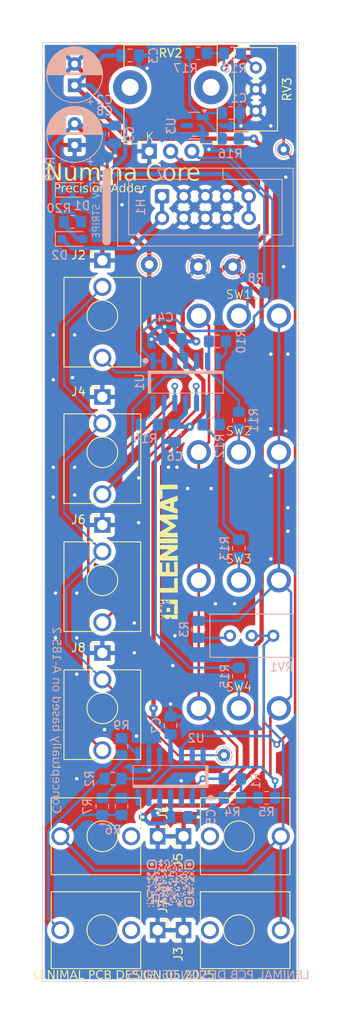
<source format=kicad_pcb>
(kicad_pcb (version 20241229) (generator "pcbnew") (generator_version "9.0")
  (layers (0 "F.Cu" signal) (2 "B.Cu" signal) (13 "F.Paste" user) (15 "B.Paste" user) (5 "F.SilkS" user "F.Silkscreen") (7 "B.SilkS" user "B.Silkscreen") (1 "F.Mask" user) (3 "B.Mask" user) (25 "Edge.Cuts" user))
  (net 0 "")
  (net 1 "+12V")
  (net 2 "GNDREF")
  (net 3 "-12V")
  (net 4 "Net-(U3-K)")
  (net 5 "Net-(U1A-+)")
  (net 6 "+1V0")
  (net 7 "Net-(U1B-+)")
  (net 8 "Net-(U1C-+)")
  (net 9 "Net-(U1D-+)")
  (net 12 "Net-(U2D-+)")
  (net 13 "Net-(SW1-B)")
  (net 14 "Net-(U1B--)")
  (net 15 "Net-(R6-Pad1)")
  (net 16 "Net-(U1C--)")
  (net 17 "Net-(R8-Pad1)")
  (net 18 "Net-(U1D--)")
  (net 19 "Net-(SW2-B)")
  (net 20 "Net-(SW3-B)")
  (net 21 "Net-(SW4-B)")
  (net 22 "Net-(R12-Pad1)")
  (net 23 "Net-(SW1-A)")
  (net 24 "Net-(SW1-C)")
  (net 25 "Net-(U2C-+)")
  (net 26 "Net-(U1A--)")
  (net 28 "Net-(D1-A)")
  (net 29 "Net-(D1-K)")
  (net 30 "Net-(D2-K)")
  (net 31 "Net-(D2-A)")
  (net 32 "Net-(J1-PadT)")
  (net 35 "Net-(J7-PadT)")
  (net 36 "Net-(R1-Pad2)")
  (net 37 "Net-(R3-Pad2)")
  (net 38 "Net-(R4-Pad1)")
  (net 39 "Net-(R9-Pad1)")
  (net 40 "Net-(R10-Pad1)")
  (net 41 "Net-(R14-Pad1)")
  (net 42 "Net-(R18-Pad2)")
  (footprint "Synth:SW_default" (layer "F.Cu") (at 73 113)
    (property "Reference" "SW3")
    (property "Value" "ON_OFF_ON")
  )
  (footprint "Synth:Jack_3.5mm_QingPu_WQP-PJ398SM_Vertical_CircularHoles" (layer "F.Cu") (at 57 128)
    (property "Reference" "J8")
    (property "Value" "INPUT")
  )
  (footprint "Synth:Jack_3.5mm_QingPu_WQP-PJ398SM_Vertical_CircularHoles" (layer "F.Cu") (at 57 113)
    (property "Reference" "J6")
    (property "Value" "INPUT")
  )
  (footprint "Synth:Jack_3.5mm_QingPu_WQP-PJ398SM_Vertical_CircularHoles" (layer "F.Cu") (at 73 154 90)
    (property "Reference" "J3")
    (property "Value" "OUT")
  )
  (footprint "Synth:Jack_3.5mm_QingPu_WQP-PJ398SM_Vertical_CircularHoles" (layer "F.Cu") (at 57 143 -90)
    (property "Reference" "J1")
    (property "Value" "OUT")
  )
  (footprint "Synth:Potentiometer_TT_P0915N" (layer "F.Cu") (at 65 55.225)
    (property "Reference" "RV2")
    (property "Value" "R_Potentiometer")
  )
  (footprint "Synth:Jack_3.5mm_QingPu_WQP-PJ398SM_Vertical_CircularHoles" (layer "F.Cu") (at 57 154 -90)
    (property "Reference" "J7")
    (property "Value" "INV_OUT")
  )
  (footprint "Synth:SW_default" (layer "F.Cu") (at 73 82)
    (property "Reference" "SW1")
    (property "Value" "ON_OFF_ON")
  )
  (footprint "Synth:Jack_3.5mm_QingPu_WQP-PJ398SM_Vertical_CircularHoles" (layer "F.Cu") (at 57 98)
    (property "Reference" "J4")
    (property "Value" "INPUT")
  )
  (footprint "Synth:SW_default" (layer "F.Cu") (at 73 98)
    (property "Reference" "SW2")
    (property "Value" "ON_OFF_ON")
  )
  (footprint "Synth:Potentiometer_Bourns_3296W_Vertical" (layer "F.Cu") (at 75 58 -90)
    (property "Reference" "RV3")
    (property "Value" "10K [25 TURN]")
  )
  (footprint "Synth:lenimal_logo_full" (layer "F.Cu") (at 64.7 109.6 90)
    (property "Reference" "G***" (hide yes))
    (property "Value" "LOGO" (hide yes))
  )
  (footprint "Synth:SW_default" (layer "F.Cu") (at 73 128)
    (property "Reference" "SW4")
    (property "Value" "ON_OFF_ON")
  )
  (footprint "Synth:Jack_3.5mm_QingPu_WQP-PJ398SM_Vertical_CircularHoles" (layer "F.Cu") (at 57 82)
    (property "Reference" "J2")
    (property "Value" "INPUT")
  )
  (footprint "Synth:Jack_3.5mm_QingPu_WQP-PJ398SM_Vertical_CircularHoles" (layer "F.Cu") (at 73 143 90)
    (property "Reference" "J5")
    (property "Value" "OUT")
  )
  (footprint "Capacitor_SMD:C_0805_2012Metric_Pad1.18x1.45mm_HandSolder" (layer "B.Cu") (at 65.5 95.75 90)
    (property "Reference" "C6")
    (property "Value" "100nF")
  )
  (footprint "Capacitor_SMD:C_0805_2012Metric_Pad1.18x1.45mm_HandSolder" (layer "B.Cu") (at 66 140.75)
    (property "Reference" "C5")
    (property "Value" "100nF")
  )
  (footprint "Resistor_SMD:R_0805_2012Metric_Pad1.20x1.40mm_HandSolder" (layer "B.Cu") (at 69.75 94.75 180)
    (property "Reference" "R12")
    (property "Value" "100R [0.1%]")
  )
  (footprint "Resistor_SMD:R_0805_2012Metric_Pad1.20x1.40mm_HandSolder" (layer "B.Cu") (at 58.25 136.25 180)
    (property "Reference" "R2")
    (property "Value" "100K [0.1%]")
  )
  (footprint "Resistor_SMD:R_0805_2012Metric_Pad1.20x1.40mm_HandSolder" (layer "B.Cu") (at 62.5 94.75)
    (property "Reference" "R14")
    (property "Value" "100R [0.1%]")
  )
  (footprint "Resistor_SMD:R_0805_2012Metric_Pad1.20x1.40mm_HandSolder" (layer "B.Cu") (at 68.25 118.75 -90)
    (property "Reference" "R3")
    (property "Value" "100K [0.1%]")
  )
  (footprint "Capacitor_SMD:C_0805_2012Metric_Pad1.18x1.45mm_HandSolder" (layer "B.Cu") (at 72.0625 58.25)
    (property "Reference" "C1")
    (property "Value" "100nF")
  )
  (footprint "Resistor_SMD:R_0805_2012Metric_Pad1.20x1.40mm_HandSolder" (layer "B.Cu") (at 72.25 138.5)
    (property "Reference" "R4")
    (property "Value" "100R [0.1%]")
  )
  (footprint "Resistor_SMD:R_0805_2012Metric_Pad1.20x1.40mm_HandSolder" (layer "B.Cu") (at 70.5 85 180)
    (property "Reference" "R10")
    (property "Value" "100R [0.1%]")
  )
  (footprint "Resistor_SMD:R_0805_2012Metric_Pad1.20x1.40mm_HandSolder" (layer "B.Cu") (at 73 109.25 -90)
    (property "Reference" "R13")
    (property "Value" "100K [0.1%]")
  )
  (footprint "Resistor_SMD:R_0805_2012Metric_Pad1.20x1.40mm_HandSolder" (layer "B.Cu") (at 72.25 51.25)
    (property "Reference" "R18")
    (property "Value" "5K1 [0.1%]")
  )
  (footprint "Synth:SOIC-14" (layer "B.Cu") (at 65 136 90)
    (property "Reference" "U2")
    (property "Value" "OPA4171")
  )
  (footprint "Synth:IDC-Header_2x05_P2.54mm_Vertical" (layer "B.Cu") (at 64 68 -90)
    (property "Reference" "H1")
    (property "Value" "Conn_02x05_PWR_Eurorack")
  )
  (footprint "Diode_SMD:D_SOD-323_HandSoldering" (layer "B.Cu") (at 53.5 73)
    (property "Reference" "D2")
    (property "Value" "1N5819WS")
  )
  (footprint "TestPoint:TestPoint_THTPad_D1.5mm_Drill0.7mm" (layer "B.Cu") (at 71.25 133.5)
    (property "Reference" "TP1" (hide yes))
    (property "Value" "1_V_BUF_REF")
  )
  (footprint "Resistor_SMD:R_0805_2012Metric_Pad1.20x1.40mm_HandSolder" (layer "B.Cu") (at 53.5 71)
    (property "Reference" "R20")
    (property "Value" "10R")
  )
  (footprint "Resistor_SMD:R_0805_2012Metric_Pad1.20x1.40mm_HandSolder" (layer "B.Cu") (at 59.25 132.5 -90)
    (property "Reference" "R9")
    (property "Value" "100R [0.1%]")
  )
  (footprint "Connector_Pin:Pin_D1.0mm_L10.0mm" (layer "B.Cu") (at 72.3 76.25 90)
    (property "Reference" "TP3" (hide yes))
    (property "Value" "+12V")
  )
  (footprint "Resistor_SMD:R_0805_2012Metric_Pad1.20x1.40mm_HandSolder" (layer "B.Cu") (at 68.25 51.25)
    (property "Reference" "R17")
    (property "Value" "10K [0.1%]")
  )
  (footprint "Resistor_SMD:R_0805_2012Metric_Pad1.20x1.40mm_HandSolder" (layer "B.Cu") (at 72 61.25)
    (property "Reference" "R16")
    (property "Value" "47K")
  )
  (footprint "Resistor_SMD:R_0805_2012Metric_Pad1.20x1.40mm_HandSolder" (layer "B.Cu") (at 59.25 139.5 -90)
    (property "Reference" "R6")
    (property "Value" "100R [0.1%]")
  )
  (footprint "Resistor_SMD:R_0805_2012Metric_Pad1.20x1.40mm_HandSolder" (layer "B.Cu") (at 72.25 136.25)
    (property "Reference" "R1")
    (property "Value" "100K [0.1%]")
  )
  (footprint "synth-gfx:github-QR_lenimal_white" (layer "B.Cu") (at 65 148.5 180)
    (property "Reference" "G***" (hide yes))
    (property "Value" "LOGO" (hide yes))
  )
  (footprint "Capacitor_SMD:C_0805_2012Metric_Pad1.18x1.45mm_HandSolder" (layer "B.Cu") (at 65.25 84.75 180)
    (property "Reference" "C4")
    (property "Value" "100nF")
  )
  (footprint "Connector_Pin:Pin_D1.0mm_L10.0mm" (layer "B.Cu") (at 62.5 76 90)
    (property "Reference" "TP5" (hide yes))
    (property "Value" "-12V")
  )
  (footprint "Package_TO_SOT_SMD:SOT-23" (layer "B.Cu") (at 67.8125 59.72 180)
    (property "Reference" "U3")
    (property "Value" "LM4040DBZ-2.0")
  )
  (footprint "Capacitor_SMD:C_0805_2012Metric_Pad1.18x1.45mm_HandSolder" (layer "B.Cu") (at 60.25 51.5)
    (property "Reference" "C3")
    (property "Value" "100nF")
  )
  (footprint "Resistor_SMD:R_0805_2012Metric_Pad1.20x1.40mm_HandSolder" (layer "B.Cu") (at 76.25 138.5)
    (property "Reference" "R5")
    (property "Value" "100K [0.1%]")
  )
  (footprint "Resistor_SMD:R_0805_2012Metric_Pad1.20x1.40mm_HandSolder" (layer "B.Cu") (at 73 124.25 -90)
    (property "Reference" "R15")
    (property "Value" "100K [0.1%]")
  )
  (footprint "Synth:SOIC-14" (layer "B.Cu") (at 66.77 89.775 -90)
    (property "Reference" "U1")
    (property "Value" "OPA4171")
  )
  (footprint "Synth:Potentiometer_Bourns_3296W_Vertical" (layer "B.Cu") (at 77.04 119.5)
    (property "Reference" "RV1")
    (property "Value" "1K [25 TURN]")
  )
  (footprint "Connector_Pin:Pin_D1.0mm_L10.0mm" (layer "B.Cu") (at 68.25 76.25 90)
    (property "Reference" "TP4" (hide yes))
    (property "Value" "GND")
  )
  (footprint "Capacitor_THT:CP_Radial_D6.3mm_P2.50mm" (layer "B.Cu") (at 53.75 55 90)
    (property "Reference" "C2")
    (property "Value" "47uF")
  )
  (footprint "Capacitor_THT:CP_Radial_D6.3mm_P2.50mm" (layer "B.Cu") (at 53.75 62 90)
    (property "Reference" "C8")
    (property "Value" "47uF")
  )
  (footprint "Resistor_SMD:R_0805_2012Metric_Pad1.20x1.40mm_HandSolder" (layer "B.Cu") (at 53.5 65.25)
    (property "Reference" "R19")
    (property "Value" "10R")
  )
  (footprint "Resistor_SMD:R_0805_2012Metric_Pad1.20x1.40mm_HandSolder" (layer "B.Cu") (at 57 139.5 90)
    (property "Reference" "R7")
    (property "Value" "100K [0.1%]")
  )
  (footprint "Capacitor_SMD:C_0805_2012Metric_Pad1.18x1.45mm_HandSolder" (layer "B.Cu") (at 58.5 60.75 90)
    (property "Reference" "C9")
    (property "Value" "100nF")
  )
  (footprint "Diode_SMD:D_SOD-323_HandSoldering" (layer "B.Cu") (at 53.5 67.25)
    (property "Reference" "D1")
    (property "Value" "1N5819WS")
  )
  (footprint "Resistor_SMD:R_0805_2012Metric_Pad1.20x1.40mm_HandSolder" (layer "B.Cu") (at 75 79.25 180)
    (property "Reference" "R8")
    (property "Value" "100K [0.1%]")
  )
  (footprint "Capacitor_SMD:C_0805_2012Metric_Pad1.18x1.45mm_HandSolder" (layer "B.Cu") (at 65 130 -90)
    (property "Reference" "C7")
    (property "Value" "100nF")
  )
  (footprint "TestPoint:TestPoint_THTPad_D1.5mm_Drill0.7mm" (layer "B.Cu") (at 78.25 62.5)
    (property "Reference" "TP2" (hide yes))
    (property "Value" "1_V_REF")
  )
  (footprint "Resistor_SMD:R_0805_2012Metric_Pad1.20x1.40mm_HandSolder" (layer "B.Cu") (at 73 94.25 -90)
    (property "Reference" "R11")
    (property "Value" "100K [0.1%]")
  )
  (gr_rect (start 50 50) (end 80 160) (stroke (width 0.1)) (fill no) (layer "Edge.Cuts"))
  (gr_text "LENIMAL PCB DESIGN 05.2025" (at 59.5 159.3 0) (layer "F.SilkS") (effects (font (size 1 1))))
  (gr_text "Numina Core" (at 50.3 66.5 0) (layer "F.SilkS") (effects (font (size 2 2) (thickness 0.125)) (justify left bottom)))
  (gr_text "Precision Adder" (at 51.3 67.7 0) (layer "F.SilkS") (effects (font (size 1 1)) (justify left bottom)))
  (gr_text "Conceptually based on A-185-2" (at 51 140.35 270) (layer "B.SilkS") (effects (font (size 1 1)) (justify left bottom mirror)))
  (gr_text "LENIMAL PCB DESIGN 05.2025" (at 70.6 159.3 0) (layer "B.SilkS") (effects (font (size 1 1)) (justify mirror)))
  (segment (start 74.75 61.25) (end 76.25 62.75) (width 0.5) (layer "F.Cu") (net 1))
  (segment (start 70.601 139.399) (end 63.101 139.399) (width 0.5) (layer "F.Cu") (net 1))
  (segment (start 72.3 76.25) (end 71.396935 76.25) (width 0.5) (layer "F.Cu") (net 1))
  (segment (start 53.75 55) (end 60 61.25) (width 0.5) (layer "F.Cu") (net 1))
  (segment (start 63.101 139.399) (end 61.75 140.75) (width 0.5) (layer "F.Cu") (net 1))
  (segment (start 75 135) (end 70.601 139.399) (width 0.5) (layer "F.Cu") (net 1))
  (segment (start 60 61.25) (end 74.75 61.25) (width 0.5) (layer "F.Cu") (net 1))
  (segment (start 75 120.656045) (end 75 135) (width 0.5) (layer "F.Cu") (net 1))
  (segment (start 76.25 72.3) (end 72.3 76.25) (width 0.5) (layer "F.Cu") (net 1))
  (segment (start 75.671 119.985045) (end 75 120.656045) (width 0.5) (layer "F.Cu") (net 1))
  (segment (start 75.671 79.621) (end 75.671 119.985045) (width 0.5) (layer "F.Cu") (net 1))
  (segment (start 72.3 76.25) (end 75.671 79.621) (width 0.5) (layer "F.Cu") (net 1))
  (segment (start 66.424 81.222935) (end 66.424 83.424) (width 0.5) (layer "F.Cu") (net 1))
  (segment (start 76.25 62.75) (end 76.25 72.3) (width 0.5) (layer "F.Cu") (net 1))
  (segment (start 66.424 83.424) (end 68 85) (width 0.5) (layer "F.Cu") (net 1))
  (segment (start 71.396935 76.25) (end 66.424 81.222935) (width 0.5) (layer "F.Cu") (net 1))
  (via (at 74.75 61.25) (size 1) (drill 0.4) (layers "F.Cu" "B.Cu") (net 1))
  (via (at 68 85) (size 1) (drill 0.4) (layers "F.Cu" "B.Cu") (net 1))
  (via (at 61.75 140.75) (size 1) (drill 0.4) (layers "F.Cu" "B.Cu") (net 1))
  (segment (start 55.598292 55) (end 53.75 55) (width 0.5) (layer "B.Cu") (net 1))
  (segment (start 59.2125 51.5) (end 57.25 51.5) (width 0.5) (layer "B.Cu") (net 1))
  (segment (start 57.25 51.5) (end 53.75 55) (width 0.5) (layer "B.Cu") (net 1))
  (segment (start 59.676 63.277496) (end 59.676 59.077708) (width 0.5) (layer "B.Cu") (net 1))
  (segment (start 62.5 141.5) (end 64.2125 141.5) (width 0.5) (layer "B.Cu") (net 1))
  (segment (start 64.2125 141.5) (end 64.9625 140.75) (width 0.5) (layer "B.Cu") (net 1))
  (segment (start 65 140.7125) (end 64.9625 140.75) (width 0.5) (layer "B.Cu") (net 1))
  (segment (start 74.75 61.25) (end 73 61.25) (width 0.5) (layer "B.Cu") (net 1))
  (segment (start 66.5375 85) (end 66.2875 84.75) (width 0.5) (layer "B.Cu") (net 1))
  (segment (start 65 138.475) (end 65 140.7125) (width 0.5) (layer "B.Cu") (net 1))
  (segment (start 66.2875 84.75) (end 66.2875 86.8175) (width 0.5) (layer "B.Cu") (net 1))
  (segment (start 59.676 59.077708) (end 55.598292 55) (width 0.5) (layer "B.Cu") (net 1))
  (segment (start 61.75 140.75) (end 62.5 141.5) (width 0.5) (layer "B.Cu") (net 1))
  (segment (start 57.703496 65.25) (end 59.676 63.277496) (width 0.5) (layer "B.Cu") (net 1))
  (segment (start 54.5 65.25) (end 57.703496 65.25) (width 0.5) (layer "B.Cu") (net 1))
  (segment (start 68 85) (end 66.5375 85) (width 0.5) (layer "B.Cu") (net 1))
  (segment (start 66.2875 86.8175) (end 66.77 87.3) (width 0.5) (layer "B.Cu") (net 1))
  (via (at 51.5 114.5) (size 0.8) (drill 0.4) (layers "F.Cu" "B.Cu") (net 2))
  (via (at 65.5 119.5) (size 0.8) (drill 0.4) (layers "F.Cu" "B.Cu") (net 2))
  (via (at 61 131.25) (size 0.8) (drill 0.4) (layers "F.Cu" "B.Cu") (net 2))
  (via (at 54 119.75) (size 0.8) (drill 0.4) (layers "F.Cu" "B.Cu") (net 2))
  (via (at 65.75 99.75) (size 0.8) (drill 0.4) (layers "F.Cu" "B.Cu") (net 2))
  (via (at 78.75 104.5) (size 0.8) (drill 0.4) (layers "F.Cu" "B.Cu") (net 2))
  (via (at 68.25 140.75) (size 0.8) (drill 0.4) (layers "F.Cu" "B.Cu") (net 2))
  (via (at 67 102.25) (size 0.8) (drill 0.4) (layers "F.Cu" "B.Cu") (net 2))
  (via (at 78.75 107.25) (size 0.8) (drill 0.4) (layers "F.Cu" "B.Cu") (net 2))
  (via (at 63.5 140.25) (size 0.8) (drill 0.4) (layers "F.Cu" "B.Cu") (net 2))
  (via (at 60.75 121.5) (size 0.8) (drill 0.4) (layers "F.Cu" "B.Cu") (net 2))
  (via (at 62.5 135.25) (size 0.8) (drill 0.4) (layers "F.Cu" "B.Cu") (net 2))
  (via (at 76.75 95.25) (size 0.8) (drill 0.4) (layers "F.Cu" "B.Cu") (net 2))
  (via (at 53.75 103) (size 0.8) (drill 0.4) (layers "F.Cu" "B.Cu") (net 2))
  (via (at 53.75 99.75) (size 0.8) (drill 0.4) (layers "F.Cu" "B.Cu") (net 2))
  (via (at 66.25 136.5) (size 0.8) (drill 0.4) (layers "F.Cu" "B.Cu") (net 2))
  (via (at 58.5 63.25) (size 0.8) (drill 0.4) (layers "F.Cu" "B.Cu") (net 2))
  (via (at 62.25 53) (size 0.8) (drill 0.4) (layers "F.Cu" "B.Cu") (net 2))
  (via (at 53.75 84.25) (size 0.8) (drill 0.4) (layers "F.Cu" "B.Cu") (net 2))
  (via (at 60.75 118) (size 0.8) (drill 0.4) (layers "F.Cu" "B.Cu") (net 2))
  (via (at 61.5 67.5) (size 0.8) (drill 0.4) (layers "F.Cu" "B.Cu") (net 2))
  (via (at 76.75 86.5) (size 0.8) (drill 0.4) (layers "F.Cu" "B.Cu") (net 2))
  (via (at 54 124) (size 0.8) (drill 0.4) (layers "F.Cu" "B.Cu") (net 2))
  (via (at 65 127.5) (size 0.8) (drill 0.4) (layers "F.Cu" "B.Cu") (net 2))
  (via (at 76.75 59.75) (size 0.8) (drill 0.4) (layers "F.Cu" "B.Cu") (net 2))
  (via (at 69.75 102.25) (size 0.8) (drill 0.4) (layers "F.Cu" "B.Cu") (net 2))
  (via (at 54 114.5) (size 0.8) (drill 0.4) (layers "F.Cu" "B.Cu") (net 2))
  (via (at 51.25 103.25) (size 0.8) (drill 0.4) (layers "F.Cu" "B.Cu") (net 2))
  (via (at 61.25 101) (size 0.8) (drill 0.4) (layers "F.Cu" "B.Cu") (net 2))
  (via (at 59.3 69) (size 0.8) (drill 0.4) (layers "F.Cu" "B.Cu") (net 2))
  (via (at 51.25 99.75) (size 0.8) (drill 0.4) (layers "F.Cu" "B.Cu") (net 2))
  (via (at 70.25 115.75) (size 0.8) (drill 0.4) (layers "F.Cu" "B.Cu") (net 2))
  (via (at 72.5 115.75) (size 0.8) (drill 0.4) (layers "F.Cu" "B.Cu") (net 2))
  (via (at 78.25 76.25) (size 0.8) (drill 0.4) (layers "F.Cu" "B.Cu") (net 2))
  (via (at 76.75 110.5) (size 0.8) (drill 0.4) (layers "F.Cu" "B.Cu") (net 2))
  (via (at 64.75 99.75) (size 0.8) (drill 0.4) (layers "F.Cu" "B.Cu") (net 2))
  (via (at 51.25 89.5) (size 0.8) (drill 0.4) (layers "F.Cu" "B.Cu") (net 2))
  (via (at 73.25 59.75) (size 0.8) (drill 0.4) (layers "F.Cu" "B.Cu") (net 2))
  (via (at 76.75 100.75) (size 0.8) (drill 0.4) (layers "F.Cu" "B.Cu") (net 2))
  (via (at 62.75 84.75) (size 0.8) (drill 0.4) (layers "F.Cu" "B.Cu") (net 2))
  (via (at 57.25 130.5) (size 0.8) (drill 0.4) (layers "F.Cu" "B.Cu") (net 2))
  (via (at 53.5 89.25) (size 0.8) (drill 0.4) (layers "F.Cu" "B.Cu") (net 2))
  (via (at 61.25 106.25) (size 0.8) (drill 0.4) (layers "F.Cu" "B.Cu") (net 2))
  (via (at 78.75 86.5) (size 0.8) (drill 0.4) (layers "F.Cu" "B.Cu") (net 2))
  (via (at 69.5 62.5) (size 0.8) (drill 0.4) (layers "F.Cu" "B.Cu") (net 2))
  (via (at 51.25 84.25) (size 0.8) (drill 0.4) (layers "F.Cu" "B.Cu") (net 2))
  (via (at 78.5 95.5) (size 0.8) (drill 0.4) (layers "F.Cu" "B.Cu") (net 2))
  (via (at 78.5 65.75) (size 0.8) (drill 0.4) (layers "F.Cu" "B.Cu") (net 2))
  (via (at 64.3 83.3) (size 0.8) (drill 0.4) (layers "F.Cu" "B.Cu") (net 2))
  (via (at 51.5 119.75) (size 0.8) (drill 0.4) (layers "F.Cu" "B.Cu") (net 2))
  (via (at 65.25 123) (size 0.8) (drill 0.4) (layers "F.Cu" "B.Cu") (net 2))
  (via (at 54 136.25) (size 0.8) (drill 0.4) (layers "F.Cu" "B.Cu") (net 2))
  (segment (start 66.27 138.475) (end 66.27 136.52) (width 0.5) (layer "B.Cu") (net 2))
  (segment (start 67.0375 140.75) (end 68.25 140.75) (width 0.5) (layer "B.Cu") (net 2))
  (segment (start 66.27 136.52) (end 66.25 136.5) (width 0.5) (layer "B.Cu") (net 2))
  (segment (start 63.73 138.475) (end 63.73 140.02) (width 0.5) (layer "B.Cu") (net 2))
  (segment (start 63.73 140.02) (end 63.5 140.25) (width 0.5) (layer "B.Cu") (net 2))
  (segment (start 62.5 76) (end 62.5 74.55) (width 0.5) (layer "F.Cu") (net 3))
  (segment (start 62.5 83.25) (end 62.5 76) (width 0.5) (layer "F.Cu") (net 3))
  (segment (start 68.851 89.601) (end 62.5 83.25) (width 0.5) (layer "F.Cu") (net 3))
  (segment (start 62.5 74.55) (end 57.5 69.55) (width 0.5) (layer "F.Cu") (net 3))
  (segment (start 57.5 63.25) (end 53.75 59.5) (width 0.5) (layer "F.Cu") (net 3))
  (segment (start 63 99.25) (end 67.25 95) (width 0.5) (layer "F.Cu") (net 3))
  (segment (start 67.25 95) (end 68.851 93.399) (width 0.5) (layer "F.Cu") (net 3))
  (segment (start 57.5 69.55) (end 57.5 63.25) (width 0.5) (layer "F.Cu") (net 3))
  (segment (start 68.851 93.399) (end 68.851 89.601) (width 0.5) (layer "F.Cu") (net 3))
  (segment (start 63 128) (end 63 99.25) (width 0.5) (layer "F.Cu") (net 3))
  (via (at 63 128) (size 1) (drill 0.4) (layers "F.Cu" "B.Cu") (net 3))
  (via (at 67.25 95) (size 1) (drill 0.4) (layers "F.Cu" "B.Cu") (net 3))
  (segment (start 58.5 59.7125) (end 53.9625 59.7125) (width 0.5) (layer "B.Cu") (net 3))
  (segment (start 66.77 92.25) (end 66.77 93.4425) (width 0.5) (layer "B.Cu") (net 3))
  (segment (start 65 131.0375) (end 65 133.525) (width 0.5) (layer "B.Cu") (net 3))
  (segment (start 65 131.0375) (end 63 129.0375) (width 0.5) (layer "B.Cu") (net 3))
  (segment (start 51.299 61.951) (end 51.299 69.049) (width 0.5) (layer "B.Cu") (net 3))
  (segment (start 53.349 69.849) (end 54.5 71) (width 0.5) (layer "B.Cu") (net 3))
  (segment (start 63 129.0375) (end 63 128) (width 0.5) (layer "B.Cu") (net 3))
  (segment (start 67.25 95) (end 65.7875 95) (width 0.5) (layer "B.Cu") (net 3))
  (segment (start 53.75 59.5) (end 51.299 61.951) (width 0.5) (layer "B.Cu") (net 3))
  (segment (start 66.77 93.4425) (end 65.5 94.7125) (width 0.5) (layer "B.Cu") (net 3))
  (segment (start 52.099 69.849) (end 53.349 69.849) (width 0.5) (layer "B.Cu") (net 3))
  (segment (start 53.9625 59.7125) (end 53.75 59.5) (width 0.5) (layer "B.Cu") (net 3))
  (segment (start 65.7875 95) (end 65.5 94.7125) (width 0.5) (layer "B.Cu") (net 3))
  (segment (start 51.299 69.049) (end 52.099 69.849) (width 0.5) (layer "B.Cu") (net 3))
  (segment (start 68.75 58.77) (end 71 61.02) (width 0.3) (layer "B.Cu") (net 4))
  (segment (start 71.025 58.25) (end 69.27 58.25) (width 0.3) (layer "B.Cu") (net 4))
  (segment (start 69.27 58.25) (end 68.75 58.77) (width 0.3) (layer "B.Cu") (net 4))
  (segment (start 67.25 51.25) (end 67.25 57.27) (width 0.3) (layer "B.Cu") (net 4))
  (segment (start 71 61.02) (end 71 61.25) (width 0.3) (layer "B.Cu") (net 4))
  (segment (start 67.25 57.27) (end 68.75 58.77) (width 0.3) (layer "B.Cu") (net 4))
  (segment (start 65.5 87.3) (end 65.5 88) (width 0.3) (layer "B.Cu") (net 5))
  (segment (start 58.626 88.626) (end 57 87) (width 0.3) (layer "B.Cu") (net 5))
  (segment (start 64.874 88.626) (end 58.626 88.626) (width 0.3) (layer "B.Cu") (net 5))
  (segment (start 65.5 88) (end 64.874 88.626) (width 0.3) (layer "B.Cu") (net 5))
  (segment (start 71.25 133.5) (end 65.88 133.5) (width 0.25) (layer "F.Cu") (net 6))
  (segment (start 65.88 133.5) (end 57 124.62) (width 0.25) (layer "F.Cu") (net 6))
  (segment (start 67.54 133.525) (end 68.81 133.525) (width 0.25) (layer "B.Cu") (net 6))
  (segment (start 52.5 83.2) (end 52.5 90.12) (width 0.25) (layer "B.Cu") (net 6))
  (segment (start 57 78.7) (end 52.5 83.2) (width 0.25) (layer "B.Cu") (net 6))
  (segment (start 68.835 133.5) (end 68.81 133.525) (width 0.25) (layer "B.Cu") (net 6))
  (segment (start 57 94.62) (end 52.5 99.12) (width 0.25) (layer "B.Cu") (net 6))
  (segment (start 52.5 99.12) (end 52.5 105.12) (width 0.25) (layer "B.Cu") (net 6))
  (segment (start 52.5 90.12) (end 57 94.62) (width 0.25) (layer "B.Cu") (net 6))
  (segment (start 71.25 133.5) (end 68.835 133.5) (width 0.25) (layer "B.Cu") (net 6))
  (segment (start 57 109.62) (end 52.75 113.87) (width 0.25) (layer "B.Cu") (net 6))
  (segment (start 52.75 120.37) (end 57 124.62) (width 0.25) (layer "B.Cu") (net 6))
  (segment (start 52.75 113.87) (end 52.75 120.37) (width 0.25) (layer "B.Cu") (net 6))
  (segment (start 52.5 105.12) (end 57 109.62) (width 0.25) (layer "B.Cu") (net 6))
  (segment (start 60.549 92.973322) (end 64.395322 89.127) (width 0.3) (layer "B.Cu") (net 7))
  (segment (start 60.549 99.371) (end 60.549 92.973322) (width 0.3) (layer "B.Cu") (net 7))
  (segment (start 57 102.92) (end 60.549 99.371) (width 0.3) (layer "B.Cu") (net 7))
  (segment (start 64.395322 89.127) (end 66.630678 89.127) (width 0.3) (layer "B.Cu") (net 7))
  (segment (start 66.630678 89.127) (end 68.04 87.717678) (width 0.3) (layer "B.Cu") (net 7))
  (segment (start 68.04 87.717678) (end 68.04 87.3) (width 0.3) (layer "B.Cu") (net 7))
  (segment (start 57 117.92) (end 60 114.92) (width 0.3) (layer "F.Cu") (net 8))
  (segment (start 60 101) (end 68 93) (width 0.3) (layer "F.Cu") (net 8))
  (segment (start 60 114.92) (end 60 101) (width 0.3) (layer "F.Cu") (net 8))
  (segment (start 68 93) (end 68 90.25) (width 0.3) (layer "F.Cu") (net 8))
  (via (at 68 90.25) (size 0.8) (drill 0.4) (layers "F.Cu" "B.Cu") (net 8))
  (segment (start 68 92.21) (end 68.04 92.25) (width 0.3) (layer "B.Cu") (net 8))
  (segment (start 68 90.25) (end 68 92.21) (width 0.3) (layer "B.Cu") (net 8))
  (segment (start 55.344308 131.264308) (end 55.344308 101.990974) (width 0.3) (layer "F.Cu") (net 9))
  (segment (start 65.5 91.835282) (end 65.5 90.25) (width 0.3) (layer "F.Cu") (net 9))
  (segment (start 55.344308 101.990974) (end 65.5 91.835282) (width 0.3) (layer "F.Cu") (net 9))
  (segment (start 57 132.92) (end 55.344308 131.264308) (width 0.3) (layer "F.Cu") (net 9))
  (via (at 65.5 90.25) (size 0.8) (drill 0.4) (layers "F.Cu" "B.Cu") (net 9))
  (segment (start 65.5 90.25) (end 65.5 92.25) (width 0.3) (layer "B.Cu") (net 9))
  (segment (start 73.5 50.75) (end 71.25 53) (width 0.3) (layer "F.Cu") (net 12))
  (segment (start 75.25 50.75) (end 73.5 50.75) (width 0.3) (layer "F.Cu") (net 12))
  (segment (start 78.25 53.25) (end 75.75 50.75) (width 0.3) (layer "F.Cu") (net 12))
  (segment (start 79.599 63.849) (end 78.25 62.5) (width 0.3) (layer "F.Cu") (net 12))
  (segment (start 79.599 130.102) (end 79.599 129.151) (width 0.3) (layer "F.Cu") (net 12))
  (segment (start 79.599 129.151) (end 79.599 63.849) (width 0.3) (layer "F.Cu") (net 12))
  (segment (start 77.451 132.25) (end 79.599 130.102) (width 0.3) (layer "F.Cu") (net 12))
  (segment (start 75.75 50.75) (end 75.25 50.75) (width 0.3) (layer "F.Cu") (net 12))
  (segment (start 78.25 62.5) (end 78.25 53.25) (width 0.3) (layer "F.Cu") (net 12))
  (via (at 77.451 132.25) (size 0.8) (drill 0.4) (layers "F.Cu" "B.Cu") (net 12))
  (via (at 71.25 53) (size 0.8) (drill 0.4) (layers "F.Cu" "B.Cu") (net 12))
  (segment (start 66.27 132.550001) (end 66.27 133.525) (width 0.3) (layer "B.Cu") (net 12))
  (segment (start 71.25 51.25) (end 69.25 51.25) (width 0.3) (layer "B.Cu") (net 12))
  (segment (start 67.570001 131.25) (end 66.27 132.550001) (width 0.3) (layer "B.Cu") (net 12))
  (segment (start 76.451 131.25) (end 67.570001 131.25) (width 0.3) (layer "B.Cu") (net 12))
  (segment (start 71.25 53) (end 71.25 51.25) (width 0.3) (layer "B.Cu") (net 12))
  (segment (start 77.451 132.25) (end 76.451 131.25) (width 0.3) (layer "B.Cu") (net 12))
  (segment (start 73 82) (end 74 81) (width 0.3) (layer "B.Cu") (net 13))
  (segment (start 74 81) (end 74 79.25) (width 0.3) (layer "B.Cu") (net 13))
  (segment (start 69.5 85) (end 69.5 87.11) (width 0.3) (layer "B.Cu") (net 14))
  (segment (start 69.31 88.274999) (end 69.31 87.3) (width 0.3) (layer "B.Cu") (net 14))
  (segment (start 73 91.964999) (end 69.31 88.274999) (width 0.3) (layer "B.Cu") (net 14))
  (segment (start 73 93.25) (end 73 91.964999) (width 0.3) (layer "B.Cu") (net 14))
  (segment (start 69.5 87.11) (end 69.31 87.3) (width 0.3) (layer "B.Cu") (net 14))
  (segment (start 59.25 138.5) (end 61.165 138.5) (width 0.3) (layer "B.Cu") (net 15))
  (segment (start 61.165 138.5) (end 61.19 138.475) (width 0.3) (layer "B.Cu") (net 15))
  (segment (start 69.31 92.25) (end 69.31 94.19) (width 0.3) (layer "B.Cu") (net 16))
  (segment (start 71.224 106.474) (end 73 108.25) (width 0.3) (layer "B.Cu") (net 16))
  (segment (start 71.224 97.224) (end 71.224 106.474) (width 0.3) (layer "B.Cu") (net 16))
  (segment (start 69.31 94.19) (end 68.75 94.75) (width 0.3) (layer "B.Cu") (net 16))
  (segment (start 68.75 94.75) (end 71.224 97.224) (width 0.3) (layer "B.Cu") (net 16))
  (segment (start 76 79.25) (end 76 68.141529) (width 0.3) (layer "B.Cu") (net 17))
  (segment (start 76 68.141529) (end 71.858471 64) (width 0.3) (layer "B.Cu") (net 17))
  (segment (start 66.275 64) (end 65 62.725) (width 0.3) (layer "B.Cu") (net 17))
  (segment (start 71.858471 64) (end 66.275 64) (width 0.3) (layer "B.Cu") (net 17))
  (segment (start 67.25 123.25) (end 73 123.25) (width 0.3) (layer "B.Cu") (net 18))
  (segment (start 63.5 94.75) (end 63.249 95.001) (width 0.3) (layer "B.Cu") (net 18))
  (segment (start 63.249 95.001) (end 63.249 119.249) (width 0.3) (layer "B.Cu") (net 18))
  (segment (start 64.23 92.25) (end 64.23 94.02) (width 0.3) (layer "B.Cu") (net 18))
  (segment (start 63.249 119.249) (end 67.25 123.25) (width 0.3) (layer "B.Cu") (net 18))
  (segment (start 64.23 94.02) (end 63.5 94.75) (width 0.3) (layer "B.Cu") (net 18))
  (segment (start 73 95.25) (end 73 98) (width 0.3) (layer "B.Cu") (net 19))
  (segment (start 73 110.25) (end 73 113) (width 0.3) (layer "B.Cu") (net 20))
  (segment (start 73 125.25) (end 73 128) (width 0.3) (layer "B.Cu") (net 21))
  (segment (start 70.58 92.25) (end 70.58 94.58) (width 0.3) (layer "B.Cu") (net 22))
  (segment (start 70.58 94.58) (end 70.75 94.75) (width 0.3) (layer "B.Cu") (net 22))
  (segment (start 72.8 132.5) (end 72.8 134.6) (width 0.3) (layer "F.Cu") (net 23))
  (segment (start 72.8 134.6) (end 71.15 136.25) (width 0.3) (layer "F.Cu") (net 23))
  (segment (start 68.3 128) (end 72.8 132.5) (width 0.3) (layer "F.Cu") (net 23))
  (segment (start 69.5 83.2) (end 69.5 96.8) (width 0.3) (layer "F.Cu") (net 23))
  (segment (start 68.3 82) (end 69.5 83.2) (width 0.3) (layer "F.Cu") (net 23))
  (segment (start 71.15 136.25) (end 68.790001 136.25) (width 0.3) (layer "F.Cu") (net 23))
  (segment (start 68.3 113) (end 68.3 128) (width 0.3) (layer "F.Cu") (net 23))
  (segment (start 68.3 98) (end 68.3 113) (width 0.3) (layer "F.Cu") (net 23))
  (segment (start 69.5 96.8) (end 68.3 98) (width 0.3) (layer "F.Cu") (net 23))
  (via (at 68.790001 136.25) (size 0.8) (drill 0.4) (layers "F.Cu" "B.Cu") (net 23))
  (segment (start 67.54 137.500001) (end 67.54 138.475) (width 0.3) (layer "B.Cu") (net 23))
  (segment (start 68.790001 136.25) (end 67.54 137.500001) (width 0.3) (layer "B.Cu") (net 23))
  (segment (start 71.25 136.25) (end 68.790001 136.25) (width 0.3) (layer "B.Cu") (net 23))
  (segment (start 77.7 128) (end 76.7 129) (width 0.3) (layer "F.Cu") (net 24))
  (segment (start 76.7 135.95) (end 77.25 136.5) (width 0.3) (layer "F.Cu") (net 24))
  (segment (start 76.7 129) (end 76.7 135.95) (width 0.3) (layer "F.Cu") (net 24))
  (via (at 77.25 136.5) (size 0.8) (drill 0.4) (layers "F.Cu" "B.Cu") (net 24))
  (segment (start 77.7 128) (end 79.125 126.575) (width 0.3) (layer "B.Cu") (net 24))
  (segment (start 75.65 134.9) (end 65.060001 134.9) (width 0.3) (layer "B.Cu") (net 24))
  (segment (start 77.7 98) (end 77.7 82) (width 0.3) (layer "B.Cu") (net 24))
  (segment (start 72.95 117.75) (end 77.7 113) (width 0.3) (layer "B.Cu") (net 24))
  (segment (start 79.125 114.425) (end 77.7 113) (width 0.3) (layer "B.Cu") (net 24))
  (segment (start 68.25 117.75) (end 72.95 117.75) (width 0.3) (layer "B.Cu") (net 24))
  (segment (start 77.25 136.5) (end 77.25 138.5) (width 0.3) (layer "B.Cu") (net 24))
  (segment (start 77.25 136.5) (end 75.65 134.9) (width 0.3) (layer "B.Cu") (net 24))
  (segment (start 65.060001 134.9) (end 62.46 137.500001) (width 0.3) (layer "B.Cu") (net 24))
  (segment (start 79.125 126.575) (end 79.125 114.425) (width 0.3) (layer "B.Cu") (net 24))
  (segment (start 62.46 137.500001) (end 62.46 138.475) (width 0.3) (layer "B.Cu") (net 24))
  (segment (start 77.7 113) (end 77.7 98) (width 0.3) (layer "B.Cu") (net 24))
  (segment (start 57 138.5) (end 59.25 136.25) (width 0.3) (layer "B.Cu") (net 25))
  (segment (start 62.562075 136.25) (end 59.25 136.25) (width 0.3) (layer "B.Cu") (net 25))
  (segment (start 63.73 135.082075) (end 62.562075 136.25) (width 0.3) (layer "B.Cu") (net 25))
  (segment (start 63.73 133.525) (end 63.73 135.082075) (width 0.3) (layer "B.Cu") (net 25))
  (segment (start 68.274 63.499) (end 72.065992 63.499) (width 0.3) (layer "B.Cu") (net 26))
  (segment (start 61.6 85.94) (end 62.96 87.3) (width 0.3) (layer "B.Cu") (net 26))
  (segment (start 72.065992 63.499) (end 76.951 68.384008) (width 0.3) (layer "B.Cu") (net 26))
  (segment (start 61.6 84) (end 61.6 85.94) (width 0.3) (layer "B.Cu") (net 26))
  (segment (start 74.776 82.735644) (end 73.735644 83.776) (width 0.3) (layer "B.Cu") (net 26))
  (segment (start 73.735644 83.776) (end 66.98287 83.776) (width 0.3) (layer "B.Cu") (net 26))
  (segment (start 74.776 82.13087) (end 74.776 82.735644) (width 0.3) (layer "B.Cu") (net 26))
  (segment (start 65.70687 82.5) (end 63.1 82.5) (width 0.3) (layer "B.Cu") (net 26))
  (segment (start 63.1 82.5) (end 61.6 84) (width 0.3) (layer "B.Cu") (net 26))
  (segment (start 76.951 79.95587) (end 74.776 82.13087) (width 0.3) (layer "B.Cu") (net 26))
  (segment (start 67.5 62.725) (end 68.274 63.499) (width 0.3) (layer "B.Cu") (net 26))
  (segment (start 66.98287 83.776) (end 65.70687 82.5) (width 0.3) (layer "B.Cu") (net 26))
  (segment (start 76.951 68.384008) (end 76.951 79.95587) (width 0.3) (layer "B.Cu") (net 26))
  (segment (start 64.23 87.3) (end 62.96 87.3) (width 0.3) (layer "B.Cu") (net 26))
  (segment (start 57.413132 65.951) (end 57.99386 65.951) (width 0.5) (layer "B.Cu") (net 28))
  (segment (start 58.404496 65.540364) (end 58.54486 65.4) (width 0.5) (layer "B.Cu") (net 28))
  (segment (start 54.75 67.25) (end 56.049 65.951) (width 0.5) (layer "B.Cu") (net 28))
  (segment (start 57.99386 65.951) (end 58.404496 65.540364) (width 0.5) (layer "B.Cu") (net 28))
  (segment (start 74.16 68) (end 74.16 70.54) (width 0.5) (layer "B.Cu") (net 28))
  (segment (start 71.56 65.4) (end 74.16 68) (width 0.5) (layer "B.Cu") (net 28))
  (segment (start 56.049 65.951) (end 57.413132 65.951) (width 0.5) (layer "B.Cu") (net 28))
  (segment (start 58.54486 65.4) (end 71.56 65.4) (width 0.5) (layer "B.Cu") (net 28))
  (segment (start 52.5 67) (end 52.25 67.25) (width 0.5) (layer "B.Cu") (net 29))
  (segment (start 52.5 65.25) (end 52.5 67) (width 0.5) (layer "B.Cu") (net 29))
  (segment (start 53.35 74.1) (end 60.44 74.1) (width 0.5) (layer "B.Cu") (net 30))
  (segment (start 52.25 73) (end 53.35 74.1) (width 0.5) (layer "B.Cu") (net 30))
  (segment (start 64 70.54) (end 64 68) (width 0.5) (layer "B.Cu") (net 30))
  (segment (start 60.44 74.1) (end 64 70.54) (width 0.5) (layer "B.Cu") (net 30))
  (segment (start 54.75 73) (end 54.1 73) (width 0.5) (layer "B.Cu") (net 31))
  (segment (start 52.5 71.4) (end 52.5 71) (width 0.5) (layer "B.Cu") (net 31))
  (segment (start 54.1 73) (end 52.5 71.4) (width 0.5) (layer "B.Cu") (net 31))
  (segment (start 77.04 119.5) (end 75.924 120.616) (width 0.3) (layer "B.Cu") (net 32))
  (segment (start 54.58 140.5) (end 52.08 143) (width 0.3) (layer "B.Cu") (net 32))
  (segment (start 77.92 154) (end 77.92 143) (width 0.3) (layer "B.Cu") (net 32))
  (segment (start 56.08 147) (end 73.92 147) (width 0.3) (layer "B.Cu") (net 32))
  (segment (start 74.5 119.5) (end 77.04 119.5) (width 0.3) (layer "B.Cu") (net 32))
  (segment (start 78.201 142.719) (end 77.92 143) (width 0.3) (layer "B.Cu") (net 32))
  (segment (start 59.25 140.5) (end 57 140.5) (width 0.3) (layer "B.Cu") (net 32))
  (segment (start 73.92 147) (end 77.92 143) (width 0.3) (layer "B.Cu") (net 32))
  (segment (start 75.924 120.616) (end 75.924 129.611925) (width 0.3) (layer "B.Cu") (net 32))
  (segment (start 75.924 129.611925) (end 78.201 131.888925) (width 0.3) (layer "B.Cu") (net 32))
  (segment (start 57 140.5) (end 54.58 140.5) (width 0.3) (layer "B.Cu") (net 32))
  (segment (start 52.08 143) (end 56.08 147) (width 0.3) (layer "B.Cu") (net 32))
  (segment (start 78.201 131.888925) (end 78.201 142.719) (width 0.3) (layer "B.Cu") (net 32))
  (segment (start 57.25 136.25) (end 56.827473 136.25) (width 0.3) (layer "B.Cu") (net 35))
  (segment (start 59.25 134.25) (end 57.25 136.25) (width 0.3) (layer "B.Cu") (net 35))
  (segment (start 56.827473 136.25) (end 50.664 142.413473) (width 0.3) (layer "B.Cu") (net 35))
  (segment (start 50.664 152.584) (end 52.08 154) (width 0.3) (layer "B.Cu") (net 35))
  (segment (start 59.25 133.5) (end 59.25 134.25) (width 0.3) (layer "B.Cu") (net 35))
  (segment (start 50.664 142.413473) (end 50.664 152.584) (width 0.3) (layer "B.Cu") (net 35))
  (segment (start 75.25 138.5) (end 73.25 138.5) (width 0.3) (layer "B.Cu") (net 36))
  (segment (start 73.25 138.5) (end 73.25 136.25) (width 0.3) (layer "B.Cu") (net 36))
  (segment (start 71.71 119.75) (end 71.96 119.5) (width 0.3) (layer "B.Cu") (net 37))
  (segment (start 68.25 119.75) (end 71.71 119.75) (width 0.3) (layer "B.Cu") (net 37))
  (segment (start 68.81 138.475) (end 71.225 138.475) (width 0.3) (layer "B.Cu") (net 38))
  (segment (start 71.225 138.475) (end 71.25 138.5) (width 0.3) (layer "B.Cu") (net 38))
  (segment (start 59.25 131.585) (end 61.19 133.525) (width 0.3) (layer "B.Cu") (net 39))
  (segment (start 59.25 131.5) (end 59.25 131.585) (width 0.3) (layer "B.Cu") (net 39))
  (segment (start 71.5 86.38) (end 70.58 87.3) (width 0.3) (layer "B.Cu") (net 40))
  (segment (start 71.5 85) (end 71.5 86.38) (width 0.3) (layer "B.Cu") (net 40))
  (segment (start 62.96 93.29) (end 61.5 94.75) (width 0.3) (layer "B.Cu") (net 41))
  (segment (start 62.96 92.25) (end 62.96 93.29) (width 0.3) (layer "B.Cu") (net 41))
  (segment (start 74.92 52.92) (end 73.25 51.25) (width 0.3) (layer "B.Cu") (net 42))
  (segment (start 75 52.92) (end 74.92 52.92) (width 0.3) (layer "B.Cu") (net 42))
  (zone (net 2) (net_name "GNDREF") (layers "F.Cu" "B.Cu") (connect_pads (clearance 0.5)) (min_thickness 0.25) (fill yes (thermal_gap 0.5) (thermal_bridge_width 0.5))
    (polygon (pts (xy 45 45) (xy 85 45) (xy 85 165) (xy 45 165)))
  )
)
</source>
